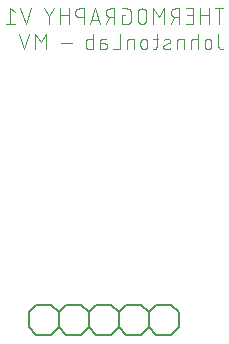
<source format=gbr>
G04 EAGLE Gerber RS-274X export*
G75*
%MOMM*%
%FSLAX34Y34*%
%LPD*%
%INSilkscreen Bottom*%
%IPPOS*%
%AMOC8*
5,1,8,0,0,1.08239X$1,22.5*%
G01*
%ADD10C,0.101600*%
%ADD11C,0.152400*%


D10*
X808623Y567944D02*
X808623Y581152D01*
X812292Y581152D02*
X804954Y581152D01*
X799917Y581152D02*
X799917Y567944D01*
X799917Y575282D02*
X792579Y575282D01*
X792579Y581152D02*
X792579Y567944D01*
X786238Y567944D02*
X780368Y567944D01*
X786238Y567944D02*
X786238Y581152D01*
X780368Y581152D01*
X781836Y575282D02*
X786238Y575282D01*
X775089Y581152D02*
X775089Y567944D01*
X775089Y581152D02*
X771421Y581152D01*
X771301Y581150D01*
X771181Y581144D01*
X771061Y581134D01*
X770942Y581121D01*
X770823Y581103D01*
X770705Y581082D01*
X770588Y581056D01*
X770471Y581027D01*
X770356Y580994D01*
X770242Y580957D01*
X770129Y580917D01*
X770017Y580873D01*
X769907Y580825D01*
X769798Y580774D01*
X769691Y580719D01*
X769587Y580660D01*
X769484Y580599D01*
X769383Y580534D01*
X769284Y580465D01*
X769187Y580394D01*
X769093Y580319D01*
X769002Y580242D01*
X768913Y580161D01*
X768827Y580077D01*
X768743Y579991D01*
X768662Y579902D01*
X768585Y579811D01*
X768510Y579717D01*
X768439Y579620D01*
X768370Y579521D01*
X768305Y579420D01*
X768244Y579318D01*
X768185Y579213D01*
X768130Y579106D01*
X768079Y578997D01*
X768031Y578887D01*
X767987Y578775D01*
X767947Y578662D01*
X767910Y578548D01*
X767877Y578433D01*
X767848Y578316D01*
X767822Y578199D01*
X767801Y578081D01*
X767783Y577962D01*
X767770Y577843D01*
X767760Y577723D01*
X767754Y577603D01*
X767752Y577483D01*
X767754Y577363D01*
X767760Y577243D01*
X767770Y577123D01*
X767783Y577004D01*
X767801Y576885D01*
X767822Y576767D01*
X767848Y576650D01*
X767877Y576533D01*
X767910Y576418D01*
X767947Y576304D01*
X767987Y576191D01*
X768031Y576079D01*
X768079Y575969D01*
X768130Y575860D01*
X768185Y575753D01*
X768244Y575649D01*
X768305Y575546D01*
X768370Y575445D01*
X768439Y575346D01*
X768510Y575249D01*
X768585Y575155D01*
X768662Y575064D01*
X768743Y574975D01*
X768827Y574889D01*
X768913Y574805D01*
X769002Y574724D01*
X769093Y574647D01*
X769187Y574572D01*
X769284Y574501D01*
X769383Y574432D01*
X769484Y574367D01*
X769587Y574306D01*
X769691Y574247D01*
X769798Y574192D01*
X769907Y574141D01*
X770017Y574093D01*
X770129Y574049D01*
X770242Y574009D01*
X770356Y573972D01*
X770471Y573939D01*
X770588Y573910D01*
X770705Y573884D01*
X770823Y573863D01*
X770942Y573845D01*
X771061Y573832D01*
X771181Y573822D01*
X771301Y573816D01*
X771421Y573814D01*
X775089Y573814D01*
X770687Y573814D02*
X767752Y567944D01*
X761819Y567944D02*
X761819Y581152D01*
X757417Y573814D01*
X753014Y581152D01*
X753014Y567944D01*
X747004Y571613D02*
X747004Y577483D01*
X747002Y577603D01*
X746996Y577723D01*
X746986Y577843D01*
X746973Y577962D01*
X746955Y578081D01*
X746934Y578199D01*
X746908Y578316D01*
X746879Y578433D01*
X746846Y578548D01*
X746809Y578662D01*
X746769Y578775D01*
X746725Y578887D01*
X746677Y578997D01*
X746626Y579106D01*
X746571Y579213D01*
X746512Y579318D01*
X746451Y579420D01*
X746386Y579521D01*
X746317Y579620D01*
X746246Y579717D01*
X746171Y579811D01*
X746094Y579902D01*
X746013Y579991D01*
X745929Y580077D01*
X745843Y580161D01*
X745754Y580242D01*
X745663Y580319D01*
X745569Y580394D01*
X745472Y580465D01*
X745373Y580534D01*
X745272Y580599D01*
X745170Y580660D01*
X745065Y580719D01*
X744958Y580774D01*
X744849Y580825D01*
X744739Y580873D01*
X744627Y580917D01*
X744514Y580957D01*
X744400Y580994D01*
X744285Y581027D01*
X744168Y581056D01*
X744051Y581082D01*
X743933Y581103D01*
X743814Y581121D01*
X743695Y581134D01*
X743575Y581144D01*
X743455Y581150D01*
X743335Y581152D01*
X743215Y581150D01*
X743095Y581144D01*
X742975Y581134D01*
X742856Y581121D01*
X742737Y581103D01*
X742619Y581082D01*
X742502Y581056D01*
X742385Y581027D01*
X742270Y580994D01*
X742156Y580957D01*
X742043Y580917D01*
X741931Y580873D01*
X741821Y580825D01*
X741712Y580774D01*
X741605Y580719D01*
X741501Y580660D01*
X741398Y580599D01*
X741297Y580534D01*
X741198Y580465D01*
X741101Y580394D01*
X741007Y580319D01*
X740916Y580242D01*
X740827Y580161D01*
X740741Y580077D01*
X740657Y579991D01*
X740576Y579902D01*
X740499Y579811D01*
X740424Y579717D01*
X740353Y579620D01*
X740284Y579521D01*
X740219Y579420D01*
X740158Y579318D01*
X740099Y579213D01*
X740044Y579106D01*
X739993Y578997D01*
X739945Y578887D01*
X739901Y578775D01*
X739861Y578662D01*
X739824Y578548D01*
X739791Y578433D01*
X739762Y578316D01*
X739736Y578199D01*
X739715Y578081D01*
X739697Y577962D01*
X739684Y577843D01*
X739674Y577723D01*
X739668Y577603D01*
X739666Y577483D01*
X739666Y571613D01*
X739668Y571493D01*
X739674Y571373D01*
X739684Y571253D01*
X739697Y571134D01*
X739715Y571015D01*
X739736Y570897D01*
X739762Y570780D01*
X739791Y570663D01*
X739824Y570548D01*
X739861Y570434D01*
X739901Y570321D01*
X739945Y570209D01*
X739993Y570099D01*
X740044Y569990D01*
X740099Y569883D01*
X740158Y569779D01*
X740219Y569676D01*
X740284Y569575D01*
X740353Y569476D01*
X740424Y569379D01*
X740499Y569285D01*
X740576Y569194D01*
X740657Y569105D01*
X740741Y569019D01*
X740827Y568935D01*
X740916Y568854D01*
X741007Y568777D01*
X741101Y568702D01*
X741198Y568631D01*
X741297Y568562D01*
X741398Y568497D01*
X741501Y568436D01*
X741605Y568377D01*
X741712Y568322D01*
X741821Y568271D01*
X741931Y568223D01*
X742043Y568179D01*
X742156Y568139D01*
X742270Y568102D01*
X742385Y568069D01*
X742502Y568040D01*
X742619Y568014D01*
X742737Y567993D01*
X742856Y567975D01*
X742975Y567962D01*
X743095Y567952D01*
X743215Y567946D01*
X743335Y567944D01*
X743455Y567946D01*
X743575Y567952D01*
X743695Y567962D01*
X743814Y567975D01*
X743933Y567993D01*
X744051Y568014D01*
X744168Y568040D01*
X744285Y568069D01*
X744400Y568102D01*
X744514Y568139D01*
X744627Y568179D01*
X744739Y568223D01*
X744849Y568271D01*
X744958Y568322D01*
X745065Y568377D01*
X745170Y568436D01*
X745272Y568497D01*
X745373Y568562D01*
X745472Y568631D01*
X745569Y568702D01*
X745663Y568777D01*
X745754Y568854D01*
X745843Y568935D01*
X745929Y569019D01*
X746013Y569105D01*
X746094Y569194D01*
X746171Y569285D01*
X746246Y569379D01*
X746317Y569476D01*
X746386Y569575D01*
X746451Y569676D01*
X746512Y569779D01*
X746571Y569883D01*
X746626Y569990D01*
X746677Y570099D01*
X746725Y570209D01*
X746769Y570321D01*
X746809Y570434D01*
X746846Y570548D01*
X746879Y570663D01*
X746908Y570780D01*
X746934Y570897D01*
X746955Y571015D01*
X746973Y571134D01*
X746986Y571253D01*
X746996Y571373D01*
X747002Y571493D01*
X747004Y571613D01*
X728639Y575282D02*
X726438Y575282D01*
X726438Y567944D01*
X730841Y567944D01*
X730948Y567946D01*
X731055Y567952D01*
X731162Y567962D01*
X731268Y567975D01*
X731374Y567993D01*
X731479Y568014D01*
X731583Y568039D01*
X731687Y568068D01*
X731789Y568101D01*
X731889Y568138D01*
X731989Y568178D01*
X732087Y568222D01*
X732183Y568269D01*
X732277Y568320D01*
X732370Y568374D01*
X732460Y568431D01*
X732549Y568492D01*
X732635Y568556D01*
X732718Y568623D01*
X732800Y568693D01*
X732878Y568766D01*
X732954Y568842D01*
X733027Y568920D01*
X733097Y569002D01*
X733164Y569085D01*
X733228Y569171D01*
X733289Y569260D01*
X733346Y569350D01*
X733400Y569443D01*
X733451Y569537D01*
X733499Y569633D01*
X733542Y569731D01*
X733582Y569831D01*
X733619Y569931D01*
X733652Y570033D01*
X733681Y570137D01*
X733706Y570241D01*
X733727Y570346D01*
X733745Y570452D01*
X733758Y570558D01*
X733768Y570665D01*
X733774Y570772D01*
X733776Y570879D01*
X733776Y578217D01*
X733774Y578324D01*
X733768Y578431D01*
X733758Y578538D01*
X733745Y578644D01*
X733727Y578750D01*
X733706Y578855D01*
X733681Y578959D01*
X733652Y579063D01*
X733619Y579165D01*
X733582Y579265D01*
X733542Y579365D01*
X733498Y579463D01*
X733451Y579559D01*
X733400Y579653D01*
X733346Y579746D01*
X733289Y579836D01*
X733228Y579925D01*
X733164Y580011D01*
X733097Y580094D01*
X733027Y580176D01*
X732954Y580254D01*
X732878Y580330D01*
X732800Y580403D01*
X732718Y580473D01*
X732635Y580540D01*
X732549Y580604D01*
X732460Y580665D01*
X732370Y580722D01*
X732277Y580776D01*
X732183Y580827D01*
X732087Y580874D01*
X731989Y580918D01*
X731890Y580958D01*
X731789Y580995D01*
X731687Y581028D01*
X731583Y581057D01*
X731479Y581082D01*
X731374Y581103D01*
X731268Y581121D01*
X731162Y581134D01*
X731055Y581144D01*
X730948Y581150D01*
X730841Y581152D01*
X726438Y581152D01*
X720043Y581152D02*
X720043Y567944D01*
X720043Y581152D02*
X716374Y581152D01*
X716254Y581150D01*
X716134Y581144D01*
X716014Y581134D01*
X715895Y581121D01*
X715776Y581103D01*
X715658Y581082D01*
X715541Y581056D01*
X715424Y581027D01*
X715309Y580994D01*
X715195Y580957D01*
X715082Y580917D01*
X714970Y580873D01*
X714860Y580825D01*
X714751Y580774D01*
X714644Y580719D01*
X714540Y580660D01*
X714437Y580599D01*
X714336Y580534D01*
X714237Y580465D01*
X714140Y580394D01*
X714046Y580319D01*
X713955Y580242D01*
X713866Y580161D01*
X713780Y580077D01*
X713696Y579991D01*
X713615Y579902D01*
X713538Y579811D01*
X713463Y579717D01*
X713392Y579620D01*
X713323Y579521D01*
X713258Y579420D01*
X713197Y579318D01*
X713138Y579213D01*
X713083Y579106D01*
X713032Y578997D01*
X712984Y578887D01*
X712940Y578775D01*
X712900Y578662D01*
X712863Y578548D01*
X712830Y578433D01*
X712801Y578316D01*
X712775Y578199D01*
X712754Y578081D01*
X712736Y577962D01*
X712723Y577843D01*
X712713Y577723D01*
X712707Y577603D01*
X712705Y577483D01*
X712707Y577363D01*
X712713Y577243D01*
X712723Y577123D01*
X712736Y577004D01*
X712754Y576885D01*
X712775Y576767D01*
X712801Y576650D01*
X712830Y576533D01*
X712863Y576418D01*
X712900Y576304D01*
X712940Y576191D01*
X712984Y576079D01*
X713032Y575969D01*
X713083Y575860D01*
X713138Y575753D01*
X713197Y575649D01*
X713258Y575546D01*
X713323Y575445D01*
X713392Y575346D01*
X713463Y575249D01*
X713538Y575155D01*
X713615Y575064D01*
X713696Y574975D01*
X713780Y574889D01*
X713866Y574805D01*
X713955Y574724D01*
X714046Y574647D01*
X714140Y574572D01*
X714237Y574501D01*
X714336Y574432D01*
X714437Y574367D01*
X714540Y574306D01*
X714644Y574247D01*
X714751Y574192D01*
X714860Y574141D01*
X714970Y574093D01*
X715082Y574049D01*
X715195Y574009D01*
X715309Y573972D01*
X715424Y573939D01*
X715541Y573910D01*
X715658Y573884D01*
X715776Y573863D01*
X715895Y573845D01*
X716014Y573832D01*
X716134Y573822D01*
X716254Y573816D01*
X716374Y573814D01*
X720043Y573814D01*
X715640Y573814D02*
X712705Y567944D01*
X708053Y567944D02*
X703650Y581152D01*
X699248Y567944D01*
X700348Y571246D02*
X706952Y571246D01*
X693911Y567944D02*
X693911Y581152D01*
X690242Y581152D01*
X690122Y581150D01*
X690002Y581144D01*
X689882Y581134D01*
X689763Y581121D01*
X689644Y581103D01*
X689526Y581082D01*
X689409Y581056D01*
X689292Y581027D01*
X689177Y580994D01*
X689063Y580957D01*
X688950Y580917D01*
X688838Y580873D01*
X688728Y580825D01*
X688619Y580774D01*
X688512Y580719D01*
X688408Y580660D01*
X688305Y580599D01*
X688204Y580534D01*
X688105Y580465D01*
X688008Y580394D01*
X687914Y580319D01*
X687823Y580242D01*
X687734Y580161D01*
X687648Y580077D01*
X687564Y579991D01*
X687483Y579902D01*
X687406Y579811D01*
X687331Y579717D01*
X687260Y579620D01*
X687191Y579521D01*
X687126Y579420D01*
X687065Y579318D01*
X687006Y579213D01*
X686951Y579106D01*
X686900Y578997D01*
X686852Y578887D01*
X686808Y578775D01*
X686768Y578662D01*
X686731Y578548D01*
X686698Y578433D01*
X686669Y578316D01*
X686643Y578199D01*
X686622Y578081D01*
X686604Y577962D01*
X686591Y577843D01*
X686581Y577723D01*
X686575Y577603D01*
X686573Y577483D01*
X686575Y577363D01*
X686581Y577243D01*
X686591Y577123D01*
X686604Y577004D01*
X686622Y576885D01*
X686643Y576767D01*
X686669Y576650D01*
X686698Y576533D01*
X686731Y576418D01*
X686768Y576304D01*
X686808Y576191D01*
X686852Y576079D01*
X686900Y575969D01*
X686951Y575860D01*
X687006Y575753D01*
X687065Y575649D01*
X687126Y575546D01*
X687191Y575445D01*
X687260Y575346D01*
X687331Y575249D01*
X687406Y575155D01*
X687483Y575064D01*
X687564Y574975D01*
X687648Y574889D01*
X687734Y574805D01*
X687823Y574724D01*
X687914Y574647D01*
X688008Y574572D01*
X688105Y574501D01*
X688204Y574432D01*
X688305Y574367D01*
X688408Y574306D01*
X688512Y574247D01*
X688619Y574192D01*
X688728Y574141D01*
X688838Y574093D01*
X688950Y574049D01*
X689063Y574009D01*
X689177Y573972D01*
X689292Y573939D01*
X689409Y573910D01*
X689526Y573884D01*
X689644Y573863D01*
X689763Y573845D01*
X689882Y573832D01*
X690002Y573822D01*
X690122Y573816D01*
X690242Y573814D01*
X693911Y573814D01*
X681289Y567944D02*
X681289Y581152D01*
X681289Y575282D02*
X673952Y575282D01*
X673952Y581152D02*
X673952Y567944D01*
X664392Y574915D02*
X668795Y581152D01*
X664392Y574915D02*
X659989Y581152D01*
X664392Y574915D02*
X664392Y567944D01*
X644763Y567944D02*
X649166Y581152D01*
X640360Y581152D02*
X644763Y567944D01*
X635630Y578217D02*
X631961Y581152D01*
X631961Y567944D01*
X628293Y567944D02*
X635630Y567944D01*
X807889Y559816D02*
X807889Y549543D01*
X807891Y549436D01*
X807897Y549329D01*
X807907Y549222D01*
X807920Y549116D01*
X807938Y549010D01*
X807959Y548905D01*
X807984Y548801D01*
X808013Y548697D01*
X808046Y548595D01*
X808083Y548495D01*
X808123Y548395D01*
X808167Y548297D01*
X808214Y548201D01*
X808265Y548107D01*
X808319Y548014D01*
X808376Y547924D01*
X808437Y547835D01*
X808501Y547749D01*
X808568Y547666D01*
X808638Y547584D01*
X808711Y547506D01*
X808787Y547430D01*
X808865Y547357D01*
X808947Y547287D01*
X809030Y547220D01*
X809116Y547156D01*
X809205Y547095D01*
X809295Y547038D01*
X809388Y546984D01*
X809482Y546933D01*
X809578Y546886D01*
X809676Y546842D01*
X809776Y546802D01*
X809876Y546765D01*
X809978Y546732D01*
X810082Y546703D01*
X810186Y546678D01*
X810291Y546657D01*
X810397Y546639D01*
X810503Y546626D01*
X810610Y546616D01*
X810717Y546610D01*
X810824Y546608D01*
X812292Y546608D01*
X802168Y549543D02*
X802168Y552478D01*
X802166Y552585D01*
X802160Y552692D01*
X802150Y552799D01*
X802137Y552905D01*
X802119Y553011D01*
X802098Y553116D01*
X802073Y553220D01*
X802044Y553324D01*
X802011Y553426D01*
X801974Y553526D01*
X801934Y553626D01*
X801890Y553724D01*
X801843Y553820D01*
X801792Y553914D01*
X801738Y554007D01*
X801681Y554097D01*
X801620Y554186D01*
X801556Y554272D01*
X801489Y554355D01*
X801419Y554437D01*
X801346Y554515D01*
X801270Y554591D01*
X801192Y554664D01*
X801110Y554734D01*
X801027Y554801D01*
X800941Y554865D01*
X800852Y554926D01*
X800762Y554983D01*
X800669Y555037D01*
X800575Y555088D01*
X800479Y555135D01*
X800381Y555179D01*
X800281Y555219D01*
X800181Y555256D01*
X800079Y555289D01*
X799975Y555318D01*
X799871Y555343D01*
X799766Y555364D01*
X799660Y555382D01*
X799554Y555395D01*
X799447Y555405D01*
X799340Y555411D01*
X799233Y555413D01*
X799126Y555411D01*
X799019Y555405D01*
X798912Y555395D01*
X798806Y555382D01*
X798700Y555364D01*
X798595Y555343D01*
X798491Y555318D01*
X798387Y555289D01*
X798285Y555256D01*
X798185Y555219D01*
X798085Y555179D01*
X797987Y555135D01*
X797891Y555088D01*
X797797Y555037D01*
X797704Y554983D01*
X797614Y554926D01*
X797525Y554865D01*
X797439Y554801D01*
X797356Y554734D01*
X797274Y554664D01*
X797196Y554591D01*
X797120Y554515D01*
X797047Y554437D01*
X796977Y554355D01*
X796910Y554272D01*
X796846Y554186D01*
X796785Y554097D01*
X796728Y554007D01*
X796674Y553914D01*
X796623Y553820D01*
X796576Y553724D01*
X796532Y553626D01*
X796492Y553526D01*
X796455Y553426D01*
X796422Y553324D01*
X796393Y553220D01*
X796368Y553116D01*
X796347Y553011D01*
X796329Y552905D01*
X796316Y552799D01*
X796306Y552692D01*
X796300Y552585D01*
X796298Y552478D01*
X796298Y549543D01*
X796300Y549436D01*
X796306Y549329D01*
X796316Y549222D01*
X796329Y549116D01*
X796347Y549010D01*
X796368Y548905D01*
X796393Y548801D01*
X796422Y548697D01*
X796455Y548595D01*
X796492Y548495D01*
X796532Y548395D01*
X796576Y548297D01*
X796623Y548201D01*
X796674Y548107D01*
X796728Y548014D01*
X796785Y547924D01*
X796846Y547835D01*
X796910Y547749D01*
X796977Y547666D01*
X797047Y547584D01*
X797120Y547506D01*
X797196Y547430D01*
X797274Y547357D01*
X797356Y547287D01*
X797439Y547220D01*
X797525Y547156D01*
X797614Y547095D01*
X797704Y547038D01*
X797797Y546984D01*
X797891Y546933D01*
X797987Y546886D01*
X798085Y546842D01*
X798185Y546802D01*
X798285Y546765D01*
X798387Y546732D01*
X798491Y546703D01*
X798595Y546678D01*
X798700Y546657D01*
X798806Y546639D01*
X798912Y546626D01*
X799019Y546616D01*
X799126Y546610D01*
X799233Y546608D01*
X799340Y546610D01*
X799447Y546616D01*
X799554Y546626D01*
X799660Y546639D01*
X799766Y546657D01*
X799871Y546678D01*
X799975Y546703D01*
X800079Y546732D01*
X800181Y546765D01*
X800281Y546802D01*
X800381Y546842D01*
X800479Y546886D01*
X800575Y546933D01*
X800669Y546984D01*
X800762Y547038D01*
X800852Y547095D01*
X800941Y547156D01*
X801027Y547220D01*
X801110Y547287D01*
X801192Y547357D01*
X801270Y547430D01*
X801346Y547506D01*
X801419Y547584D01*
X801489Y547666D01*
X801556Y547749D01*
X801620Y547835D01*
X801681Y547924D01*
X801738Y548014D01*
X801792Y548107D01*
X801843Y548201D01*
X801890Y548297D01*
X801934Y548395D01*
X801974Y548495D01*
X802011Y548595D01*
X802044Y548697D01*
X802073Y548801D01*
X802098Y548905D01*
X802119Y549010D01*
X802137Y549116D01*
X802150Y549222D01*
X802160Y549329D01*
X802166Y549436D01*
X802168Y549543D01*
X790646Y546608D02*
X790646Y559816D01*
X790646Y555413D02*
X786977Y555413D01*
X786884Y555411D01*
X786790Y555405D01*
X786697Y555395D01*
X786605Y555381D01*
X786513Y555364D01*
X786422Y555342D01*
X786333Y555317D01*
X786244Y555287D01*
X786156Y555254D01*
X786070Y555218D01*
X785986Y555177D01*
X785904Y555134D01*
X785823Y555086D01*
X785745Y555036D01*
X785668Y554982D01*
X785594Y554924D01*
X785523Y554864D01*
X785454Y554801D01*
X785388Y554735D01*
X785325Y554666D01*
X785265Y554595D01*
X785207Y554521D01*
X785153Y554445D01*
X785103Y554366D01*
X785056Y554285D01*
X785012Y554203D01*
X784971Y554119D01*
X784935Y554033D01*
X784902Y553945D01*
X784872Y553857D01*
X784847Y553767D01*
X784825Y553676D01*
X784808Y553584D01*
X784794Y553492D01*
X784784Y553399D01*
X784778Y553305D01*
X784776Y553212D01*
X784776Y546608D01*
X778698Y546608D02*
X778698Y555413D01*
X775029Y555413D01*
X774936Y555411D01*
X774842Y555405D01*
X774749Y555395D01*
X774657Y555381D01*
X774565Y555364D01*
X774474Y555342D01*
X774385Y555317D01*
X774296Y555287D01*
X774208Y555254D01*
X774122Y555218D01*
X774038Y555177D01*
X773956Y555134D01*
X773875Y555086D01*
X773797Y555036D01*
X773720Y554982D01*
X773646Y554924D01*
X773575Y554864D01*
X773506Y554801D01*
X773440Y554735D01*
X773377Y554666D01*
X773317Y554595D01*
X773259Y554521D01*
X773205Y554445D01*
X773155Y554366D01*
X773108Y554285D01*
X773064Y554203D01*
X773023Y554119D01*
X772987Y554033D01*
X772954Y553945D01*
X772924Y553857D01*
X772899Y553767D01*
X772877Y553676D01*
X772860Y553584D01*
X772846Y553492D01*
X772836Y553399D01*
X772830Y553305D01*
X772828Y553212D01*
X772828Y546608D01*
X766076Y551744D02*
X762407Y550277D01*
X766077Y551744D02*
X766156Y551778D01*
X766234Y551816D01*
X766311Y551857D01*
X766385Y551901D01*
X766457Y551949D01*
X766527Y552000D01*
X766594Y552054D01*
X766659Y552111D01*
X766722Y552172D01*
X766781Y552234D01*
X766838Y552300D01*
X766891Y552368D01*
X766942Y552438D01*
X766989Y552511D01*
X767033Y552586D01*
X767073Y552662D01*
X767110Y552741D01*
X767143Y552820D01*
X767173Y552902D01*
X767199Y552984D01*
X767221Y553068D01*
X767239Y553153D01*
X767253Y553238D01*
X767264Y553324D01*
X767270Y553410D01*
X767273Y553497D01*
X767272Y553584D01*
X767266Y553670D01*
X767257Y553756D01*
X767244Y553842D01*
X767227Y553927D01*
X767206Y554011D01*
X767182Y554094D01*
X767153Y554175D01*
X767121Y554256D01*
X767086Y554335D01*
X767046Y554412D01*
X767004Y554487D01*
X766957Y554560D01*
X766908Y554632D01*
X766856Y554700D01*
X766800Y554767D01*
X766741Y554830D01*
X766680Y554891D01*
X766616Y554950D01*
X766549Y555005D01*
X766480Y555057D01*
X766408Y555106D01*
X766335Y555151D01*
X766259Y555193D01*
X766182Y555232D01*
X766103Y555267D01*
X766022Y555299D01*
X765940Y555327D01*
X765857Y555351D01*
X765773Y555371D01*
X765688Y555387D01*
X765602Y555400D01*
X765516Y555408D01*
X765429Y555413D01*
X765343Y555414D01*
X765342Y555413D02*
X765142Y555408D01*
X764942Y555398D01*
X764742Y555383D01*
X764542Y555363D01*
X764343Y555339D01*
X764145Y555309D01*
X763948Y555275D01*
X763751Y555237D01*
X763556Y555193D01*
X763361Y555145D01*
X763168Y555092D01*
X762976Y555035D01*
X762785Y554973D01*
X762596Y554906D01*
X762409Y554835D01*
X762224Y554759D01*
X762040Y554679D01*
X762407Y550277D02*
X762328Y550243D01*
X762250Y550205D01*
X762173Y550164D01*
X762099Y550120D01*
X762027Y550072D01*
X761957Y550021D01*
X761890Y549967D01*
X761825Y549910D01*
X761762Y549849D01*
X761703Y549787D01*
X761646Y549721D01*
X761593Y549653D01*
X761542Y549583D01*
X761495Y549510D01*
X761451Y549435D01*
X761411Y549359D01*
X761374Y549280D01*
X761341Y549201D01*
X761311Y549119D01*
X761285Y549037D01*
X761263Y548953D01*
X761245Y548868D01*
X761231Y548783D01*
X761220Y548697D01*
X761214Y548611D01*
X761211Y548524D01*
X761212Y548437D01*
X761218Y548351D01*
X761227Y548265D01*
X761240Y548179D01*
X761257Y548094D01*
X761278Y548010D01*
X761302Y547927D01*
X761331Y547846D01*
X761363Y547765D01*
X761398Y547686D01*
X761438Y547609D01*
X761480Y547534D01*
X761527Y547461D01*
X761576Y547389D01*
X761628Y547321D01*
X761684Y547254D01*
X761743Y547191D01*
X761804Y547130D01*
X761868Y547071D01*
X761935Y547016D01*
X762004Y546964D01*
X762076Y546915D01*
X762149Y546870D01*
X762225Y546828D01*
X762302Y546789D01*
X762381Y546754D01*
X762462Y546722D01*
X762544Y546694D01*
X762627Y546670D01*
X762711Y546650D01*
X762796Y546634D01*
X762882Y546621D01*
X762968Y546613D01*
X763055Y546608D01*
X763141Y546607D01*
X763141Y546608D02*
X763435Y546616D01*
X763729Y546631D01*
X764023Y546652D01*
X764316Y546681D01*
X764608Y546716D01*
X764899Y546759D01*
X765189Y546808D01*
X765478Y546864D01*
X765766Y546927D01*
X766052Y546996D01*
X766336Y547073D01*
X766618Y547156D01*
X766899Y547246D01*
X767177Y547342D01*
X757153Y555413D02*
X752750Y555413D01*
X755686Y559816D02*
X755686Y548809D01*
X755685Y548809D02*
X755683Y548718D01*
X755677Y548627D01*
X755668Y548537D01*
X755655Y548447D01*
X755638Y548357D01*
X755618Y548269D01*
X755593Y548181D01*
X755566Y548094D01*
X755534Y548009D01*
X755500Y547925D01*
X755461Y547842D01*
X755420Y547761D01*
X755375Y547682D01*
X755327Y547605D01*
X755275Y547530D01*
X755221Y547457D01*
X755164Y547386D01*
X755103Y547318D01*
X755040Y547253D01*
X754975Y547190D01*
X754907Y547129D01*
X754836Y547072D01*
X754763Y547018D01*
X754688Y546966D01*
X754611Y546918D01*
X754532Y546873D01*
X754451Y546832D01*
X754368Y546793D01*
X754284Y546759D01*
X754199Y546727D01*
X754112Y546700D01*
X754024Y546675D01*
X753936Y546655D01*
X753846Y546638D01*
X753756Y546625D01*
X753666Y546616D01*
X753575Y546610D01*
X753484Y546608D01*
X752750Y546608D01*
X747974Y549543D02*
X747974Y552478D01*
X747972Y552585D01*
X747966Y552692D01*
X747956Y552799D01*
X747943Y552905D01*
X747925Y553011D01*
X747904Y553116D01*
X747879Y553220D01*
X747850Y553324D01*
X747817Y553426D01*
X747780Y553526D01*
X747740Y553626D01*
X747696Y553724D01*
X747649Y553820D01*
X747598Y553914D01*
X747544Y554007D01*
X747487Y554097D01*
X747426Y554186D01*
X747362Y554272D01*
X747295Y554355D01*
X747225Y554437D01*
X747152Y554515D01*
X747076Y554591D01*
X746998Y554664D01*
X746916Y554734D01*
X746833Y554801D01*
X746747Y554865D01*
X746658Y554926D01*
X746568Y554983D01*
X746475Y555037D01*
X746381Y555088D01*
X746285Y555135D01*
X746187Y555179D01*
X746087Y555219D01*
X745987Y555256D01*
X745885Y555289D01*
X745781Y555318D01*
X745677Y555343D01*
X745572Y555364D01*
X745466Y555382D01*
X745360Y555395D01*
X745253Y555405D01*
X745146Y555411D01*
X745039Y555413D01*
X744932Y555411D01*
X744825Y555405D01*
X744718Y555395D01*
X744612Y555382D01*
X744506Y555364D01*
X744401Y555343D01*
X744297Y555318D01*
X744193Y555289D01*
X744091Y555256D01*
X743991Y555219D01*
X743891Y555179D01*
X743793Y555135D01*
X743697Y555088D01*
X743603Y555037D01*
X743510Y554983D01*
X743420Y554926D01*
X743331Y554865D01*
X743245Y554801D01*
X743162Y554734D01*
X743080Y554664D01*
X743002Y554591D01*
X742926Y554515D01*
X742853Y554437D01*
X742783Y554355D01*
X742716Y554272D01*
X742652Y554186D01*
X742591Y554097D01*
X742534Y554007D01*
X742480Y553914D01*
X742429Y553820D01*
X742382Y553724D01*
X742338Y553626D01*
X742298Y553526D01*
X742261Y553426D01*
X742228Y553324D01*
X742199Y553220D01*
X742174Y553116D01*
X742153Y553011D01*
X742135Y552905D01*
X742122Y552799D01*
X742112Y552692D01*
X742106Y552585D01*
X742104Y552478D01*
X742104Y549543D01*
X742106Y549436D01*
X742112Y549329D01*
X742122Y549222D01*
X742135Y549116D01*
X742153Y549010D01*
X742174Y548905D01*
X742199Y548801D01*
X742228Y548697D01*
X742261Y548595D01*
X742298Y548495D01*
X742338Y548395D01*
X742382Y548297D01*
X742429Y548201D01*
X742480Y548107D01*
X742534Y548014D01*
X742591Y547924D01*
X742652Y547835D01*
X742716Y547749D01*
X742783Y547666D01*
X742853Y547584D01*
X742926Y547506D01*
X743002Y547430D01*
X743080Y547357D01*
X743162Y547287D01*
X743245Y547220D01*
X743331Y547156D01*
X743420Y547095D01*
X743510Y547038D01*
X743603Y546984D01*
X743697Y546933D01*
X743793Y546886D01*
X743891Y546842D01*
X743991Y546802D01*
X744091Y546765D01*
X744193Y546732D01*
X744297Y546703D01*
X744401Y546678D01*
X744506Y546657D01*
X744612Y546639D01*
X744718Y546626D01*
X744825Y546616D01*
X744932Y546610D01*
X745039Y546608D01*
X745146Y546610D01*
X745253Y546616D01*
X745360Y546626D01*
X745466Y546639D01*
X745572Y546657D01*
X745677Y546678D01*
X745781Y546703D01*
X745885Y546732D01*
X745987Y546765D01*
X746087Y546802D01*
X746187Y546842D01*
X746285Y546886D01*
X746381Y546933D01*
X746475Y546984D01*
X746568Y547038D01*
X746658Y547095D01*
X746747Y547156D01*
X746833Y547220D01*
X746916Y547287D01*
X746998Y547357D01*
X747076Y547430D01*
X747152Y547506D01*
X747225Y547584D01*
X747295Y547666D01*
X747362Y547749D01*
X747426Y547835D01*
X747487Y547924D01*
X747544Y548014D01*
X747598Y548107D01*
X747649Y548201D01*
X747696Y548297D01*
X747740Y548395D01*
X747780Y548495D01*
X747817Y548595D01*
X747850Y548697D01*
X747879Y548801D01*
X747904Y548905D01*
X747925Y549010D01*
X747943Y549116D01*
X747956Y549222D01*
X747966Y549329D01*
X747972Y549436D01*
X747974Y549543D01*
X736453Y546608D02*
X736453Y555413D01*
X732784Y555413D01*
X732691Y555411D01*
X732597Y555405D01*
X732504Y555395D01*
X732412Y555381D01*
X732320Y555364D01*
X732229Y555342D01*
X732140Y555317D01*
X732051Y555287D01*
X731963Y555254D01*
X731877Y555218D01*
X731793Y555177D01*
X731711Y555134D01*
X731630Y555086D01*
X731552Y555036D01*
X731475Y554982D01*
X731401Y554924D01*
X731330Y554864D01*
X731261Y554801D01*
X731195Y554735D01*
X731132Y554666D01*
X731072Y554595D01*
X731014Y554521D01*
X730960Y554445D01*
X730910Y554366D01*
X730863Y554285D01*
X730819Y554203D01*
X730778Y554119D01*
X730742Y554033D01*
X730709Y553945D01*
X730679Y553857D01*
X730654Y553767D01*
X730632Y553676D01*
X730615Y553584D01*
X730601Y553492D01*
X730591Y553399D01*
X730585Y553305D01*
X730583Y553212D01*
X730583Y546608D01*
X724361Y546608D02*
X724361Y559816D01*
X724361Y546608D02*
X718491Y546608D01*
X711331Y551744D02*
X708029Y551744D01*
X711331Y551744D02*
X711431Y551742D01*
X711530Y551736D01*
X711629Y551727D01*
X711728Y551713D01*
X711826Y551696D01*
X711923Y551675D01*
X712020Y551650D01*
X712115Y551621D01*
X712209Y551589D01*
X712302Y551553D01*
X712394Y551514D01*
X712484Y551471D01*
X712572Y551424D01*
X712658Y551375D01*
X712742Y551322D01*
X712824Y551265D01*
X712904Y551206D01*
X712982Y551143D01*
X713057Y551078D01*
X713129Y551009D01*
X713199Y550938D01*
X713266Y550865D01*
X713330Y550788D01*
X713391Y550710D01*
X713449Y550628D01*
X713503Y550545D01*
X713555Y550460D01*
X713603Y550373D01*
X713648Y550284D01*
X713689Y550193D01*
X713727Y550101D01*
X713761Y550007D01*
X713791Y549913D01*
X713818Y549817D01*
X713841Y549720D01*
X713860Y549622D01*
X713875Y549524D01*
X713887Y549425D01*
X713895Y549325D01*
X713899Y549226D01*
X713899Y549126D01*
X713895Y549027D01*
X713887Y548927D01*
X713875Y548828D01*
X713860Y548730D01*
X713841Y548632D01*
X713818Y548535D01*
X713791Y548439D01*
X713761Y548345D01*
X713727Y548251D01*
X713689Y548159D01*
X713648Y548068D01*
X713603Y547979D01*
X713555Y547892D01*
X713503Y547807D01*
X713449Y547724D01*
X713391Y547642D01*
X713330Y547564D01*
X713266Y547487D01*
X713199Y547414D01*
X713129Y547343D01*
X713057Y547274D01*
X712982Y547209D01*
X712904Y547146D01*
X712824Y547087D01*
X712742Y547030D01*
X712658Y546977D01*
X712572Y546928D01*
X712484Y546881D01*
X712394Y546838D01*
X712302Y546799D01*
X712209Y546763D01*
X712115Y546731D01*
X712020Y546702D01*
X711923Y546677D01*
X711826Y546656D01*
X711728Y546639D01*
X711629Y546625D01*
X711530Y546616D01*
X711431Y546610D01*
X711331Y546608D01*
X708029Y546608D01*
X708029Y553212D01*
X708031Y553303D01*
X708037Y553394D01*
X708046Y553484D01*
X708059Y553574D01*
X708076Y553664D01*
X708096Y553752D01*
X708121Y553840D01*
X708148Y553927D01*
X708180Y554012D01*
X708214Y554096D01*
X708253Y554179D01*
X708294Y554260D01*
X708339Y554339D01*
X708387Y554416D01*
X708439Y554491D01*
X708493Y554564D01*
X708550Y554635D01*
X708611Y554703D01*
X708674Y554768D01*
X708739Y554831D01*
X708808Y554892D01*
X708878Y554949D01*
X708951Y555003D01*
X709026Y555055D01*
X709103Y555103D01*
X709182Y555148D01*
X709263Y555189D01*
X709346Y555228D01*
X709430Y555262D01*
X709515Y555294D01*
X709602Y555322D01*
X709690Y555346D01*
X709778Y555366D01*
X709868Y555383D01*
X709958Y555396D01*
X710048Y555405D01*
X710139Y555411D01*
X710230Y555413D01*
X713166Y555413D01*
X701826Y559816D02*
X701826Y546608D01*
X698157Y546608D01*
X698064Y546610D01*
X697970Y546616D01*
X697877Y546626D01*
X697785Y546640D01*
X697693Y546657D01*
X697602Y546679D01*
X697513Y546704D01*
X697424Y546734D01*
X697336Y546767D01*
X697250Y546803D01*
X697166Y546844D01*
X697084Y546887D01*
X697003Y546935D01*
X696925Y546985D01*
X696848Y547039D01*
X696774Y547097D01*
X696703Y547157D01*
X696634Y547220D01*
X696568Y547286D01*
X696505Y547355D01*
X696445Y547426D01*
X696387Y547500D01*
X696333Y547576D01*
X696283Y547655D01*
X696236Y547736D01*
X696192Y547818D01*
X696151Y547902D01*
X696115Y547988D01*
X696082Y548076D01*
X696052Y548164D01*
X696027Y548254D01*
X696005Y548345D01*
X695988Y548437D01*
X695974Y548529D01*
X695964Y548622D01*
X695958Y548716D01*
X695956Y548809D01*
X695956Y553212D01*
X695958Y553303D01*
X695964Y553394D01*
X695973Y553484D01*
X695986Y553574D01*
X696003Y553664D01*
X696023Y553752D01*
X696048Y553840D01*
X696075Y553927D01*
X696107Y554012D01*
X696141Y554096D01*
X696180Y554179D01*
X696221Y554260D01*
X696266Y554339D01*
X696314Y554416D01*
X696366Y554491D01*
X696420Y554564D01*
X696477Y554635D01*
X696538Y554703D01*
X696601Y554768D01*
X696666Y554831D01*
X696735Y554892D01*
X696805Y554949D01*
X696878Y555003D01*
X696953Y555055D01*
X697030Y555103D01*
X697109Y555148D01*
X697190Y555189D01*
X697273Y555228D01*
X697357Y555262D01*
X697442Y555294D01*
X697529Y555322D01*
X697617Y555346D01*
X697705Y555366D01*
X697795Y555383D01*
X697885Y555396D01*
X697975Y555405D01*
X698066Y555411D01*
X698157Y555413D01*
X701826Y555413D01*
X683727Y551744D02*
X674922Y551744D01*
X661964Y546608D02*
X661964Y559816D01*
X657562Y552478D01*
X653159Y559816D01*
X653159Y546608D01*
X643480Y546608D02*
X647883Y559816D01*
X639077Y559816D02*
X643480Y546608D01*
D11*
X679450Y330200D02*
X692150Y330200D01*
X679450Y330200D02*
X673100Y323850D01*
X673100Y311150D01*
X679450Y304800D01*
X717550Y330200D02*
X723900Y323850D01*
X717550Y330200D02*
X704850Y330200D01*
X698500Y323850D01*
X698500Y311150D01*
X704850Y304800D01*
X717550Y304800D01*
X723900Y311150D01*
X698500Y323850D02*
X692150Y330200D01*
X698500Y311150D02*
X692150Y304800D01*
X679450Y304800D01*
X755650Y330200D02*
X768350Y330200D01*
X755650Y330200D02*
X749300Y323850D01*
X749300Y311150D01*
X755650Y304800D01*
X749300Y323850D02*
X742950Y330200D01*
X730250Y330200D01*
X723900Y323850D01*
X723900Y311150D01*
X730250Y304800D01*
X742950Y304800D01*
X749300Y311150D01*
X774700Y311150D02*
X774700Y323850D01*
X768350Y330200D01*
X774700Y311150D02*
X768350Y304800D01*
X755650Y304800D01*
X666750Y330200D02*
X654050Y330200D01*
X647700Y323850D01*
X647700Y311150D01*
X654050Y304800D01*
X673100Y323850D02*
X666750Y330200D01*
X673100Y311150D02*
X666750Y304800D01*
X654050Y304800D01*
M02*

</source>
